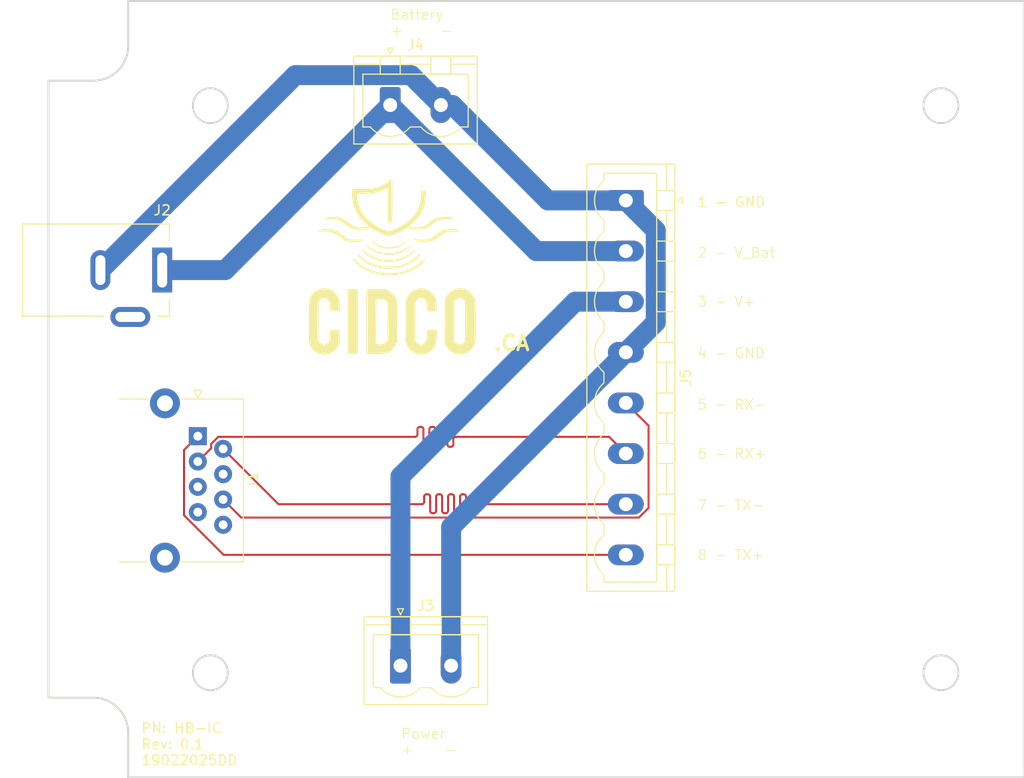
<source format=kicad_pcb>
(kicad_pcb (version 20240108) (generator "pcbnew") (generator_version "8.0")
  (layers (0 "F.Cu" signal) (31 "B.Cu" signal) (34 "B.Paste" user) (35 "F.Paste" user) (36 "B.SilkS" user "B.Silkscreen") (37 "F.SilkS" user "F.Silkscreen") (38 "B.Mask" user) (39 "F.Mask" user) (44 "Edge.Cuts" user))
  (net 0 "")
  (net 5 "RX-")
  (net 6 "TX-")
  (net 7 "TX+")
  (net 8 "RX+")
  (net 10 "GND")
  (net 12 "V-Bat")
  (net 13 "V+")
  (footprint "Connector_Phoenix_MSTB:PhoenixContact_MSTBVA_2,5_2-G-5,08_1x02_P5.08mm_Vertical" (layer "F.Cu") (at 94.02 54.57)
    (property "Reference" "J4" (at 2.54 -6 0) (layer "F.SilkS"))
    (property "Value" "Conn_01x02_Pin")
    (fp_line (start -3.65 -4.91) (end -3.65 3.91) (stroke (width 0.12)) (layer "F.SilkS"))
    (fp_line (start -3.65 -4.1) (end -1.11 -4.1) (stroke (width 0.12)) (layer "F.SilkS"))
    (fp_line (start -3.65 3.91) (end 8.73 3.91) (stroke (width 0.12)) (layer "F.SilkS"))
    (fp_line (start -2.74 -3.1) (end 7.82 -3.1) (stroke (width 0.12)) (layer "F.SilkS"))
    (fp_line (start -2.74 2.2) (end -2.74 -3.1) (stroke (width 0.12)) (layer "F.SilkS"))
    (fp_line (start -2 2.2) (end -2.74 2.2) (stroke (width 0.12)) (layer "F.SilkS"))
    (fp_line (start -1 -4.91) (end 1 -4.91) (stroke (width 0.12)) (layer "F.SilkS"))
    (fp_line (start -1 -3.1) (end -1 -4.91) (stroke (width 0.12)) (layer "F.SilkS"))
    (fp_line (start -0.3 -5.71) (end 0.3 -5.71) (stroke (width 0.12)) (layer "F.SilkS"))
    (fp_line (start 0 -5.11) (end -0.3 -5.71) (stroke (width 0.12)) (layer "F.SilkS"))
    (fp_line (start 0.3 -5.71) (end 0 -5.11) (stroke (width 0.12)) (layer "F.SilkS"))
    (fp_line (start 1 -4.91) (end 1 -3.1) (stroke (width 0.12)) (layer "F.SilkS"))
    (fp_line (start 1 -4.1) (end 4.08 -4.1) (stroke (width 0.12)) (layer "F.SilkS"))
    (fp_line (start 1 -3.1) (end -1 -3.1) (stroke (width 0.12)) (layer "F.SilkS"))
    (fp_line (start 2 2.2) (end 3.08 2.2) (stroke (width 0.12)) (layer "F.SilkS"))
    (fp_line (start 4.08 -4.91) (end 6.08 -4.91) (stroke (width 0.12)) (layer "F.SilkS"))
    (fp_line (start 4.08 -3.1) (end 4.08 -4.91) (stroke (width 0.12)) (layer "F.SilkS"))
    (fp_line (start 6.08 -4.91) (end 6.08 -3.1) (stroke (width 0.12)) (layer "F.SilkS"))
    (fp_line (start 6.08 -3.1) (end 4.08 -3.1) (stroke (width 0.12)) (layer "F.SilkS"))
    (fp_line (start 7.82 -3.1) (end 7.82 2.2) (stroke (width 0.12)) (layer "F.SilkS"))
    (fp_line (start 7.82 2.2) (end 7.08 2.2) (stroke (width 0.12)) (layer "F.SilkS"))
    (fp_line (start 8.73 -4.91) (end -3.65 -4.91) (stroke (width 0.12)) (layer "F.SilkS"))
    (fp_line (start 8.73 -4.1) (end 6.19 -4.1) (stroke (width 0.12)) (layer "F.SilkS"))
    (fp_line (start 8.73 3.91) (end 8.73 -4.91) (stroke (width 0.12)) (layer "F.SilkS"))
    (fp_arc (start 1.986842 2.215821) (mid -0.010289 3.142758) (end -2 2.2) (stroke (width 0.12)) (layer "F.SilkS"))
    (fp_arc (start 7.066842 2.215821) (mid 5.069711 3.142758) (end 3.08 2.2) (stroke (width 0.12)) (layer "F.SilkS"))
    (pad "1" thru_hole roundrect (at 0 0) (size 2.08 3.6) (drill 1.4) (layers "*.Cu" "*.Mask") (roundrect_rratio 0.120192) (net 12 "V-Bat"))
    (pad "2" thru_hole oval (at 5.08 0) (size 2.08 3.6) (drill 1.4) (layers "*.Cu" "*.Mask") (net 10 "GND"))
  )
  (footprint "Connector_RJ:RJ45_HALO_HFJ11-x2450HRL_Horizontal" (layer "F.Cu") (at 74.715 87.795 -90)
    (property "Reference" "J1" (at 4.445 -5.5 90) (layer "F.SilkS"))
    (property "Value" "8P8C_Shielded")
    (fp_line (start -3.725 7.915) (end -3.725 5.06) (stroke (width 0.12)) (layer "F.SilkS"))
    (fp_line (start 12.615 7.915) (end 12.615 5.06) (stroke (width 0.12)) (layer "F.SilkS"))
    (fp_line (start -4.625 0.4) (end -3.825 0) (stroke (width 0.12)) (layer "F.SilkS"))
    (fp_line (start -3.825 0) (end -4.625 -0.4) (stroke (width 0.12)) (layer "F.SilkS"))
    (fp_line (start -4.625 -0.4) (end -4.625 0.4) (stroke (width 0.12)) (layer "F.SilkS"))
    (fp_line (start -3.725 -4.57) (end -3.725 1.54) (stroke (width 0.12)) (layer "F.SilkS"))
    (fp_line (start 12.615 -4.57) (end 12.615 1.54) (stroke (width 0.12)) (layer "F.SilkS"))
    (fp_line (start 12.615 -4.57) (end -3.725 -4.57) (stroke (width 0.12)) (layer "F.SilkS"))
    (pad "" np_thru_hole circle (at -1.27 6.35 270) (size 3.25 3.25) (drill 3.25) (layers "*.Cu" "*.Mask"))
    (pad "" np_thru_hole circle (at 10.16 6.35 270) (size 3.25 3.25) (drill 3.25) (layers "*.Cu" "*.Mask"))
    (pad "1" thru_hole rect (at 0 0 270) (size 1.8 1.8) (drill 0.89) (layers "*.Cu" "*.Mask") (net 7 "TX+"))
    (pad "2" thru_hole circle (at 1.27 -2.54 270) (size 1.8 1.8) (drill 0.89) (layers "*.Cu" "*.Mask") (net 6 "TX-"))
    (pad "3" thru_hole circle (at 2.54 0 270) (size 1.8 1.8) (drill 0.89) (layers "*.Cu" "*.Mask") (net 8 "RX+"))
    (pad "4" thru_hole circle (at 3.81 -2.54 270) (size 1.8 1.8) (drill 0.89) (layers "*.Cu" "*.Mask"))
    (pad "5" thru_hole circle (at 5.08 0 270) (size 1.8 1.8) (drill 0.89) (layers "*.Cu" "*.Mask"))
    (pad "6" thru_hole circle (at 6.35 -2.54 270) (size 1.8 1.8) (drill 0.89) (layers "*.Cu" "*.Mask") (net 5 "RX-"))
    (pad "7" thru_hole circle (at 7.62 0 270) (size 1.8 1.8) (drill 0.89) (layers "*.Cu" "*.Mask"))
    (pad "8" thru_hole circle (at 8.89 -2.54 270) (size 1.8 1.8) (drill 0.89) (layers "*.Cu" "*.Mask"))
    (pad "SH" thru_hole circle (at -3.3 3.3 270) (size 3 3) (drill 1.6) (layers "*.Cu" "*.Mask"))
    (pad "SH" thru_hole circle (at 12.19 3.3 270) (size 3 3) (drill 1.6) (layers "*.Cu" "*.Mask"))
  )
  (footprint "Connector_BarrelJack:BarrelJack_Kycon_KLDX-0202-xC_Horizontal" (layer "F.Cu") (at 71.14 71.13)
    (property "Reference" "J2" (at 0 -6 0) (layer "F.SilkS"))
    (property "Value" "Barrel_Jack_Switch")
    (fp_line (start -14.02 -4.62) (end -14.02 4.62) (stroke (width 0.12)) (layer "F.SilkS"))
    (fp_line (start -14.02 4.62) (end -5.9 4.62) (stroke (width 0.12)) (layer "F.SilkS"))
    (fp_line (start -0.5 4.62) (end 0.72 4.62) (stroke (width 0.12)) (layer "F.SilkS"))
    (fp_line (start 0.72 -4.62) (end -14.02 -4.62) (stroke (width 0.12)) (layer "F.SilkS"))
    (fp_line (start 0.72 -2.95) (end 0.72 -4.62) (stroke (width 0.12)) (layer "F.SilkS"))
    (fp_line (start 0.72 4.62) (end 0.72 2.95) (stroke (width 0.12)) (layer "F.SilkS"))
    (pad "1" thru_hole rect (at 0 0) (size 2 4.5) (drill oval 1 3.5) (layers "*.Cu" "*.Mask") (net 12 "V-Bat"))
    (pad "2" thru_hole oval (at -6.2 0) (size 2 4) (drill oval 1 3) (layers "*.Cu" "*.Mask") (net 10 "GND"))
    (pad "3" thru_hole oval (at -3.2 4.7 90) (size 2 4) (drill oval 1 3) (layers "*.Cu" "*.Mask"))
  )
  (footprint "Connector_Phoenix_MSTB:PhoenixContact_MSTBVA_2,5_8-G-5,08_1x08_P5.08mm_Vertical" (layer "F.Cu") (at 117.66 64.14 -90)
    (property "Reference" "J5" (at 17.78 -6 90) (layer "F.SilkS"))
    (property "Value" "Conn_01x08_Pin")
    (fp_line (start -3.65 3.91) (end 39.21 3.91) (stroke (width 0.12)) (layer "F.SilkS"))
    (fp_line (start 39.21 3.91) (end 39.21 -4.91) (stroke (width 0.12)) (layer "F.SilkS"))
    (fp_line (start -2.74 2.2) (end -2.74 -3.1) (stroke (width 0.12)) (layer "F.SilkS"))
    (fp_line (start -2 2.2) (end -2.74 2.2) (stroke (width 0.12)) (layer "F.SilkS"))
    (fp_line (start 2 2.2) (end 3.08 2.2) (stroke (width 0.12)) (layer "F.SilkS"))
    (fp_line (start 7.08 2.2) (end 8.16 2.2) (stroke (width 0.12)) (layer "F.SilkS"))
    (fp_line (start 12.16 2.2) (end 13.24 2.2) (stroke (width 0.12)) (layer "F.SilkS"))
    (fp_line (start 17.24 2.2) (end 18.32 2.2) (stroke (width 0.12)) (layer "F.SilkS"))
    (fp_line (start 22.32 2.2) (end 23.4 2.2) (stroke (width 0.12)) (layer "F.SilkS"))
    (fp_line (start 27.4 2.2) (end 28.48 2.2) (stroke (width 0.12)) (layer "F.SilkS"))
    (fp_line (start 32.48 2.2) (end 33.56 2.2) (stroke (width 0.12)) (layer "F.SilkS"))
    (fp_line (start 38.3 2.2) (end 37.56 2.2) (stroke (width 0.12)) (layer "F.SilkS"))
    (fp_line (start -2.74 -3.1) (end 38.3 -3.1) (stroke (width 0.12)) (layer "F.SilkS"))
    (fp_line (start -1 -3.1) (end -1 -4.91) (stroke (width 0.12)) (layer "F.SilkS"))
    (fp_line (start 1 -3.1) (end -1 -3.1) (stroke (width 0.12)) (layer "F.SilkS"))
    (fp_line (start 4.08 -3.1) (end 4.08 -4.91) (stroke (width 0.12)) (layer "F.SilkS"))
    (fp_line (start 6.08 -3.1) (end 4.08 -3.1) (stroke (width 0.12)) (layer "F.SilkS"))
    (fp_line (start 9.16 -3.1) (end 9.16 -4.91) (stroke (width 0.12)) (layer "F.SilkS"))
    (fp_line (start 11.16 -3.1) (end 9.16 -3.1) (stroke (width 0.12)) (layer "F.SilkS"))
    (fp_line (start 14.24 -3.1) (end 14.24 -4.91) (stroke (width 0.12)) (layer "F.SilkS"))
    (fp_line (start 16.24 -3.1) (end 14.24 -3.1) (stroke (width 0.12)) (layer "F.SilkS"))
    (fp_line (start 19.32 -3.1) (end 19.32 -4.91) (stroke (width 0.12)) (layer "F.SilkS"))
    (fp_line (start 21.32 -3.1) (end 19.32 -3.1) (stroke (width 0.12)) (layer "F.SilkS"))
    (fp_line (start 24.4 -3.1) (end 24.4 -4.91) (stroke (width 0.12)) (layer "F.SilkS"))
    (fp_line (start 26.4 -3.1) (end 24.4 -3.1) (stroke (width 0.12)) (layer "F.SilkS"))
    (fp_line (start 29.48 -3.1) (end 29.48 -4.91) (stroke (width 0.12)) (layer "F.SilkS"))
    (fp_line (start 31.48 -3.1) (end 29.48 -3.1) (stroke (width 0.12)) (layer "F.SilkS"))
    (fp_line (start 34.56 -3.1) (end 34.56 -4.91) (stroke (width 0.12)) (layer "F.SilkS"))
    (fp_line (start 36.56 -3.1) (end 34.56 -3.1) (stroke (width 0.12)) (layer "F.SilkS"))
    (fp_line (start 38.3 -3.1) (end 38.3 2.2) (stroke (width 0.12)) (layer "F.SilkS"))
    (fp_line (start -3.65 -4.1) (end -1.11 -4.1) (stroke (width 0.12)) (layer "F.SilkS"))
    (fp_line (start 1 -4.1) (end 4.08 -4.1) (stroke (width 0.12)) (layer "F.SilkS"))
    (fp_line (start 6.08 -4.1) (end 9.16 -4.1) (stroke (width 0.12)) (layer "F.SilkS"))
    (fp_line (start 11.16 -4.1) (end 14.24 -4.1) (stroke (width 0.12)) (layer "F.SilkS"))
    (fp_line (start 16.24 -4.1) (end 19.32 -4.1) (stroke (width 0.12)) (layer "F.SilkS"))
    (fp_line (start 21.32 -4.1) (end 24.4 -4.1) (stroke (width 0.12)) (layer "F.SilkS"))
    (fp_line (start 26.4 -4.1) (end 29.48 -4.1) (stroke (width 0.12)) (layer "F.SilkS"))
    (fp_line (start 31.48 -4.1) (end 34.56 -4.1) (stroke (width 0.12)) (layer "F.SilkS"))
    (fp_line (start 39.21 -4.1) (end 36.67 -4.1) (stroke (width 0.12)) (layer "F.SilkS"))
    (fp_line (start -3.65 -4.91) (end -3.65 3.91) (stroke (width 0.12)) (layer "F.SilkS"))
    (fp_line (start -1 -4.91) (end 1 -4.91) (stroke (width 0.12)) (layer "F.SilkS"))
    (fp_line (start 1 -4.91) (end 1 -3.1) (stroke (width 0.12)) (layer "F.SilkS"))
    (fp_line (start 4.08 -4.91) (end 6.08 -4.91) (stroke (width 0.12)) (layer "F.SilkS"))
    (fp_line (start 6.08 -4.91) (end 6.08 -3.1) (stroke (width 0.12)) (layer "F.SilkS"))
    (fp_line (start 9.16 -4.91) (end 11.16 -4.91) (stroke (width 0.12)) (layer "F.SilkS"))
    (fp_line (start 11.16 -4.91) (end 11.16 -3.1) (stroke (width 0.12)) (layer "F.SilkS"))
    (fp_line (start 14.24 -4.91) (end 16.24 -4.91) (stroke (width 0.12)) (layer "F.SilkS"))
    (fp_line (start 16.24 -4.91) (end 16.24 -3.1) (stroke (width 0.12)) (layer "F.SilkS"))
    (fp_line (start 19.32 -4.91) (end 21.32 -4.91) (stroke (width 0.12)) (layer "F.SilkS"))
    (fp_line (start 21.32 -4.91) (end 21.32 -3.1) (stroke (width 0.12)) (layer "F.SilkS"))
    (fp_line (start 24.4 -4.91) (end 26.4 -4.91) (stroke (width 0.12)) (layer "F.SilkS"))
    (fp_line (start 26.4 -4.91) (end 26.4 -3.1) (stroke (width 0.12)) (layer "F.SilkS"))
    (fp_line (start 29.48 -4.91) (end 31.48 -4.91) (stroke (width 0.12)) (layer "F.SilkS"))
    (fp_line (start 31.48 -4.91) (end 31.48 -3.1) (stroke (width 0.12)) (layer "F.SilkS"))
    (fp_line (start 34.56 -4.91) (end 36.56 -4.91) (stroke (width 0.12)) (layer "F.SilkS"))
    (fp_line (start 36.56 -4.91) (end 36.56 -3.1) (stroke (width 0.12)) (layer "F.SilkS"))
    (fp_line (start 39.21 -4.91) (end -3.65 -4.91) (stroke (width 0.12)) (layer "F.SilkS"))
    (fp_line (start 0 -5.11) (end -0.3 -5.71) (stroke (width 0.12)) (layer "F.SilkS"))
    (fp_line (start -0.3 -5.71) (end 0.3 -5.71) (stroke (width 0.12)) (layer "F.SilkS"))
    (fp_line (start 0.3 -5.71) (end 0 -5.11) (stroke (width 0.12)) (layer "F.SilkS"))
    (fp_arc (start 1.986842 2.215821) (mid -0.010289 3.142758) (end -2 2.2) (stroke (width 0.12)) (layer "F.SilkS"))
    (fp_arc (start 7.066842 2.215821) (mid 5.069711 3.142758) (end 3.08 2.2) (stroke (width 0.12)) (layer "F.SilkS"))
    (fp_arc (start 12.146842 2.215821) (mid 10.149711 3.142758) (end 8.16 2.2) (stroke (width 0.12)) (layer "F.SilkS"))
    (fp_arc (start 17.226842 2.215821) (mid 15.229711 3.142758) (end 13.24 2.2) (stroke (width 0.12)) (layer "F.SilkS"))
    (fp_arc (start 22.306842 2.215821) (mid 20.309711 3.142758) (end 18.32 2.2) (stroke (width 0.12)) (layer "F.SilkS"))
    (fp_arc (start 27.386842 2.215821) (mid 25.389711 3.142758) (end 23.4 2.2) (stroke (width 0.12)) (layer "F.SilkS"))
    (fp_arc (start 32.466842 2.215821) (mid 30.469711 3.142758) (end 28.48 2.2) (stroke (width 0.12)) (layer "F.SilkS"))
    (fp_arc (start 37.546842 2.215821) (mid 35.549711 3.142758) (end 33.56 2.2) (stroke (width 0.12)) (layer "F.SilkS"))
    (pad "1" thru_hole roundrect (at 0 0 270) (size 2.08 3.6) (drill 1.4) (layers "*.Cu" "*.Mask") (roundrect_rratio 0.120192) (net 10 "GND"))
    (pad "2" thru_hole oval (at 5.08 0 270) (size 2.08 3.6) (drill 1.4) (layers "*.Cu" "*.Mask") (net 12 "V-Bat"))
    (pad "3" thru_hole oval (at 10.16 0 270) (size 2.08 3.6) (drill 1.4) (layers "*.Cu" "*.Mask") (net 13 "V+"))
    (pad "4" thru_hole oval (at 15.24 0 270) (size 2.08 3.6) (drill 1.4) (layers "*.Cu" "*.Mask") (net 10 "GND"))
    (pad "5" thru_hole oval (at 20.32 0 270) (size 2.08 3.6) (drill 1.4) (layers "*.Cu" "*.Mask") (net 5 "RX-"))
    (pad "6" thru_hole oval (at 25.4 0 270) (size 2.08 3.6) (drill 1.4) (layers "*.Cu" "*.Mask") (net 8 "RX+"))
    (pad "7" thru_hole oval (at 30.48 0 270) (size 2.08 3.6) (drill 1.4) (layers "*.Cu" "*.Mask") (net 6 "TX-"))
    (pad "8" thru_hole oval (at 35.56 0 270) (size 2.08 3.6) (drill 1.4) (layers "*.Cu" "*.Mask") (net 7 "TX+"))
  )
  (footprint "Connector_Phoenix_MSTB:PhoenixContact_MSTBVA_2,5_2-G-5,08_1x02_P5.08mm_Vertical" (layer "F.Cu") (at 95.05 110.82)
    (property "Reference" "J3" (at 2.54 -6 0) (layer "F.SilkS"))
    (property "Value" "Conn_01x02_Pin")
    (fp_line (start -3.65 -4.91) (end -3.65 3.91) (stroke (width 0.12)) (layer "F.SilkS"))
    (fp_line (start -3.65 -4.1) (end -1.11 -4.1) (stroke (width 0.12)) (layer "F.SilkS"))
    (fp_line (start -3.65 3.91) (end 8.73 3.91) (stroke (width 0.12)) (layer "F.SilkS"))
    (fp_line (start -2.74 -3.1) (end 7.82 -3.1) (stroke (width 0.12)) (layer "F.SilkS"))
    (fp_line (start -2.74 2.2) (end -2.74 -3.1) (stroke (width 0.12)) (layer "F.SilkS"))
    (fp_line (start -2 2.2) (end -2.74 2.2) (stroke (width 0.12)) (layer "F.SilkS"))
    (fp_line (start -1 -4.91) (end 1 -4.91) (stroke (width 0.12)) (layer "F.SilkS"))
    (fp_line (start -1 -3.1) (end -1 -4.91) (stroke (width 0.12)) (layer "F.SilkS"))
    (fp_line (start -0.3 -5.71) (end 0.3 -5.71) (stroke (width 0.12)) (layer "F.SilkS"))
    (fp_line (start 0 -5.11) (end -0.3 -5.71) (stroke (width 0.12)) (layer "F.SilkS"))
    (fp_line (start 0.3 -5.71) (end 0 -5.11) (stroke (width 0.12)) (layer "F.SilkS"))
    (fp_line (start 1 -4.91) (end 1 -3.1) (stroke (width 0.12)) (layer "F.SilkS"))
    (fp_line (start 1 -4.1) (end 4.08 -4.1) (stroke (width 0.12)) (layer "F.SilkS"))
    (fp_line (start 1 -3.1) (end -1 -3.1) (stroke (width 0.12)) (layer "F.SilkS"))
    (fp_line (start 2 2.2) (end 3.08 2.2) (stroke (width 0.12)) (layer "F.SilkS"))
    (fp_line (start 4.08 -4.91) (end 6.08 -4.91) (stroke (width 0.12)) (layer "F.SilkS"))
    (fp_line (start 4.08 -3.1) (end 4.08 -4.91) (stroke (width 0.12)) (layer "F.SilkS"))
    (fp_line (start 6.08 -4.91) (end 6.08 -3.1) (stroke (width 0.12)) (layer "F.SilkS"))
    (fp_line (start 6.08 -3.1) (end 4.08 -3.1) (stroke (width 0.12)) (layer "F.SilkS"))
    (fp_line (start 7.82 -3.1) (end 7.82 2.2) (stroke (width 0.12)) (layer "F.SilkS"))
    (fp_line (start 7.82 2.2) (end 7.08 2.2) (stroke (width 0.12)) (layer "F.SilkS"))
    (fp_line (start 8.73 -4.91) (end -3.65 -4.91) (stroke (width 0.12)) (layer "F.SilkS"))
    (fp_line (start 8.73 -4.1) (end 6.19 -4.1) (stroke (width 0.12)) (layer "F.SilkS"))
    (fp_line (start 8.73 3.91) (end 8.73 -4.91) (stroke (width 0.12)) (layer "F.SilkS"))
    (fp_arc (start 1.986842 2.215821) (mid -0.010289 3.142758) (end -2 2.2) (stroke (width 0.12)) (layer "F.SilkS"))
    (fp_arc (start 7.066842 2.215821) (mid 5.069711 3.142758) (end 3.08 2.2) (stroke (width 0.12)) (layer "F.SilkS"))
    (pad "1" thru_hole roundrect (at 0 0) (size 2.08 3.6) (drill 1.4) (layers "*.Cu" "*.Mask") (roundrect_rratio 0.120192) (net 13 "V+"))
    (pad "2" thru_hole oval (at 5.08 0) (size 2.08 3.6) (drill 1.4) (layers "*.Cu" "*.Mask") (net 10 "GND"))
  )
  (footprint "cidco:logo cidco" (layer "F.Cu") (at 94.433078 70.444943)
    (property "Reference" "logo1" (hide yes))
    (property "Value" "LOGO" (hide yes))
    (fp_poly (pts (xy -3.6576 9.0932) (xy -4.6736 9.0932) (xy -4.6736 2.5908) (xy -3.6576 2.5908) (xy -3.6576 9.0932)) (stroke (width 0.01)) (fill solid) (layer "F.SilkS"))
    (fp_poly (pts (xy -2.589766 -1.743636) (xy -2.520202 -1.688133) (xy -2.131138 -1.411259) (xy -1.684284 -1.203647) (xy -1.197743 -1.067014) (xy -0.68962 -1.003073) (xy -0.178017 -1.013542) (xy 0.318962 -1.100134) (xy 0.783212 -1.264565) (xy 0.9652 -1.357884) (xy 1.149694 -1.473243) (xy 1.342833 -1.609605) (xy 1.406314 -1.658851) (xy 1.554696 -1.76072) (xy 1.64262 -1.788508) (xy 1.665176 -1.753201) (xy 1.617456 -1.665787) (xy 1.494553 -1.537253) (xy 1.470197 -1.515853) (xy 1.101817 -1.259726) (xy 0.66655 -1.059845) (xy 0.185582 -0.921803) (xy -0.319901 -0.851189) (xy -0.828716 -0.853594) (xy -0.979267 -0.869445) (xy -1.384167 -0.9503) (xy -1.78443 -1.081527) (xy -2.154472 -1.251757) (xy -2.468706 -1.449622) (xy -2.658466 -1.615673) (xy -2.74559 -1.730294) (xy -2.754244 -1.794511) (xy -2.697834 -1.8013) (xy -2.589766 -1.743636)) (stroke (width 0.01)) (fill solid) (layer "F.SilkS"))
    (fp_poly (pts (xy -2.163994 -2.23595) (xy -2.044681 -2.152171) (xy -1.689551 -1.904869) (xy -1.337331 -1.736325) (xy -0.952251 -1.631352) (xy -0.740935 -1.598544) (xy -0.367415 -1.595138) (xy 0.032269 -1.666059) (xy 0.426854 -1.801823) (xy 0.785076 -1.992945) (xy 0.945565 -2.110206) (xy 1.074396 -2.202976) (xy 1.164947 -2.243191) (xy 1.193412 -2.235827) (xy 1.209236 -2.185588) (xy 1.183447 -2.130208) (xy 1.103001 -2.056003) (xy 0.954851 -1.949289) (xy 0.857834 -1.88382) (xy 0.431789 -1.653982) (xy -0.019116 -1.519958) (xy -0.507222 -1.478131) (xy -0.526052 -1.478303) (xy -0.750503 -1.486483) (xy -0.961483 -1.503372) (xy -1.117802 -1.525539) (xy -1.132918 -1.528853) (xy -1.442722 -1.633623) (xy -1.762276 -1.794939) (xy -2.041939 -1.986915) (xy -2.090411 -2.028217) (xy -2.216299 -2.155852) (xy -2.268078 -2.239652) (xy -2.249419 -2.269668) (xy -2.163994 -2.23595)) (stroke (width 0.01)) (fill solid) (layer "F.SilkS"))
    (fp_poly (pts (xy -3.077662 -1.288242) (xy -2.965636 -1.20308) (xy -2.836699 -1.089538) (xy -2.590548 -0.899375) (xy -2.275737 -0.715421) (xy -1.924751 -0.553466) (xy -1.570075 -0.429301) (xy -1.380979 -0.381958) (xy -0.936998 -0.320908) (xy -0.461453 -0.30907) (xy 0.001775 -0.345814) (xy 0.321066 -0.406464) (xy 0.670861 -0.518399) (xy 1.030527 -0.674742) (xy 1.36681 -0.858611) (xy 1.646455 -1.053128) (xy 1.72092 -1.117033) (xy 1.875331 -1.250117) (xy 1.97231 -1.310614) (xy 2.02121 -1.302501) (xy 2.032 -1.249308) (xy 1.990699 -1.163107) (xy 1.879057 -1.04233) (xy 1.715461 -0.901893) (xy 1.5183 -0.756714) (xy 1.30596 -0.62171) (xy 1.160861 -0.542614) (xy 0.713353 -0.350764) (xy 0.258633 -0.22723) (xy -0.233488 -0.165389) (xy -0.605027 -0.155198) (xy -1.018403 -0.169712) (xy -1.360176 -0.210798) (xy -1.567607 -0.255901) (xy -1.985403 -0.392332) (xy -2.384625 -0.573037) (xy -2.734755 -0.782732) (xy -2.939152 -0.942931) (xy -3.095419 -1.09822) (xy -3.183342 -1.21868) (xy -3.198296 -1.295701) (xy -3.142169 -1.3208) (xy -3.077662 -1.288242)) (stroke (width 0.01)) (fill solid) (layer "F.SilkS"))
    (fp_poly (pts (xy -6.508434 -3.426224) (xy -6.188231 -3.36781) (xy -5.889063 -3.276449) (xy -5.633397 -3.15446) (xy -5.518149 -3.074081) (xy -5.211167 -2.830305) (xy -4.957335 -2.648413) (xy -4.736719 -2.519713) (xy -4.529383 -2.43551) (xy -4.315393 -2.387112) (xy -4.074816 -2.365825) (xy -3.8862 -2.3624) (xy -3.662997 -2.366606) (xy -3.463592 -2.377995) (xy -3.320864 -2.394424) (xy -3.2893 -2.401268) (xy -3.180792 -2.414542) (xy -3.15367 -2.379354) (xy -3.208124 -2.308313) (xy -3.287018 -2.249103) (xy -3.425768 -2.196273) (xy -3.637849 -2.160064) (xy -3.89629 -2.140902) (xy -4.174121 -2.139216) (xy -4.44437 -2.155432) (xy -4.680068 -2.189978) (xy -4.809212 -2.224993) (xy -4.990343 -2.307688) (xy -5.198276 -2.429162) (xy -5.361628 -2.54351) (xy -5.595103 -2.723001) (xy -5.77101 -2.851619) (xy -5.910811 -2.942337) (xy -6.035971 -3.008128) (xy -6.167955 -3.061966) (xy -6.288334 -3.103637) (xy -6.464451 -3.155404) (xy -6.631996 -3.185431) (xy -6.824934 -3.197206) (xy -7.07723 -3.194222) (xy -7.146526 -3.191841) (xy -7.68029 -3.172083) (xy -7.550203 -3.283979) (xy -7.370554 -3.380567) (xy -7.122064 -3.434923) (xy -6.827201 -3.449369) (xy -6.508434 -3.426224)) (stroke (width 0.01)) (fill solid) (layer "F.SilkS"))
    (fp_poly (pts (xy 5.992108 -3.423459) (xy 6.21543 -3.398371) (xy 6.368557 -3.354356) (xy 6.371648 -3.3528) (xy 6.484935 -3.28702) (xy 6.526114 -3.239024) (xy 6.489021 -3.206328) (xy 6.367493 -3.186444) (xy 6.155368 -3.176887) (xy 5.930846 -3.175) (xy 5.66454 -3.173564) (xy 5.473179 -3.16629) (xy 5.330114 -3.14873) (xy 5.208699 -3.116437) (xy 5.082288 -3.064962) (xy 4.9784 -3.016023) (xy 4.756731 -2.892326) (xy 4.522649 -2.735679) (xy 4.368919 -2.615125) (xy 4.139972 -2.431407) (xy 3.930733 -2.303806) (xy 3.712205 -2.221963) (xy 3.455393 -2.175522) (xy 3.131301 -2.154128) (xy 3.0734 -2.152393) (xy 2.828145 -2.150575) (xy 2.605481 -2.157366) (xy 2.434262 -2.171427) (xy 2.358068 -2.185596) (xy 2.212216 -2.256166) (xy 2.104068 -2.344008) (xy 2.03978 -2.421117) (xy 2.049719 -2.439905) (xy 2.1336 -2.420079) (xy 2.429619 -2.36757) (xy 2.769116 -2.3497) (xy 3.09948 -2.368107) (xy 3.218941 -2.386306) (xy 3.419301 -2.435569) (xy 3.614139 -2.511362) (xy 3.823233 -2.624408) (xy 4.066361 -2.785427) (xy 4.363301 -3.005139) (xy 4.369969 -3.01024) (xy 4.585562 -3.155347) (xy 4.81363 -3.277156) (xy 4.971749 -3.339859) (xy 5.188412 -3.38782) (xy 5.449855 -3.417918) (xy 5.727335 -3.429886) (xy 5.992108 -3.423459)) (stroke (width 0.01)) (fill solid) (layer "F.SilkS"))
    (fp_poly (pts (xy -4.071452 -0.445199) (xy -3.983168 -0.385336) (xy -3.847518 -0.268458) (xy -3.734498 -0.164655) (xy -3.350045 0.159658) (xy -2.960493 0.415117) (xy -2.524933 0.627949) (xy -2.448863 0.659545) (xy -2.104749 0.787467) (xy -1.778372 0.879531) (xy -1.442291 0.940294) (xy -1.069066 0.974312) (xy -0.631257 0.986141) (xy -0.4826 0.98604) (xy -0.151522 0.982107) (xy 0.104793 0.972675) (xy 0.313145 0.954949) (xy 0.500336 0.926133) (xy 0.693166 0.883431) (xy 0.823466 0.849782) (xy 1.349212 0.674218) (xy 1.847456 0.44009) (xy 2.292617 0.160951) (xy 2.598722 -0.090726) (xy 2.792186 -0.261862) (xy 2.928205 -0.354486) (xy 3.011365 -0.37055) (xy 3.046255 -0.312005) (xy 3.048 -0.281874) (xy 3.009397 -0.206625) (xy 2.905545 -0.088876) (xy 2.754375 0.055534) (xy 2.573817 0.210768) (xy 2.381803 0.360985) (xy 2.196265 0.490348) (xy 2.121643 0.536378) (xy 1.555472 0.814206) (xy 0.932898 1.023191) (xy 0.275156 1.160023) (xy -0.396517 1.221394) (xy -1.060886 1.203994) (xy -1.6256 1.120265) (xy -2.292684 0.935614) (xy -2.898365 0.679579) (xy -3.436084 0.355459) (xy -3.877894 -0.012421) (xy -4.041423 -0.176097) (xy -4.139165 -0.287384) (xy -4.181415 -0.361232) (xy -4.178467 -0.412587) (xy -4.166203 -0.431075) (xy -4.127441 -0.457345) (xy -4.071452 -0.445199)) (stroke (width 0.01)) (fill solid) (layer "F.SilkS"))
    (fp_poly (pts (xy -3.623706 -0.89718) (xy -3.507933 -0.819976) (xy -3.334406 -0.670537) (xy -3.269024 -0.610077) (xy -2.917166 -0.330415) (xy -2.495575 -0.089634) (xy -2.475151 -0.079718) (xy -2.16444 0.064065) (xy -1.896482 0.17021) (xy -1.645229 0.244094) (xy -1.384632 0.29109) (xy -1.088643 0.316574) (xy -0.731215 0.325919) (xy -0.508 0.326167) (xy -0.192649 0.323929) (xy 0.044579 0.318292) (xy 0.227159 0.306296) (xy 0.378564 0.284982) (xy 0.522271 0.251391) (xy 0.681755 0.202563) (xy 0.80787 0.160276) (xy 1.320268 -0.046983) (xy 1.761137 -0.300235) (xy 2.155614 -0.614204) (xy 2.198342 -0.65411) (xy 2.361133 -0.799833) (xy 2.46958 -0.874522) (xy 2.534529 -0.885068) (xy 2.547779 -0.876141) (xy 2.560354 -0.798318) (xy 2.496725 -0.681845) (xy 2.369296 -0.53778) (xy 2.190474 -0.377179) (xy 1.972665 -0.211098) (xy 1.728275 -0.050596) (xy 1.469709 0.093273) (xy 1.4478 0.104219) (xy 1.013271 0.292918) (xy 0.5799 0.422628) (xy 0.115626 0.500794) (xy -0.4064 0.534723) (xy -0.661941 0.539275) (xy -0.890431 0.539475) (xy -1.067182 0.535555) (xy -1.167505 0.527747) (xy -1.1684 0.527583) (xy -1.694511 0.414008) (xy -2.140308 0.282256) (xy -2.526513 0.12484) (xy -2.873847 -0.065727) (xy -2.954569 -0.117787) (xy -3.131093 -0.246507) (xy -3.311271 -0.397024) (xy -3.476861 -0.551639) (xy -3.609623 -0.692651) (xy -3.691317 -0.802362) (xy -3.7084 -0.849259) (xy -3.688327 -0.905743) (xy -3.623706 -0.89718)) (stroke (width 0.01)) (fill solid) (layer "F.SilkS"))
    (fp_poly (pts (xy -0.545585 2.754342) (xy -0.262685 2.948152) (xy -0.018649 3.197519) (xy 0.161009 3.474175) (xy 0.211721 3.593374) (xy 0.229717 3.668032) (xy 0.244485 3.786284) (xy 0.256277 3.956491) (xy 0.265345 4.187012) (xy 0.271938 4.486205) (xy 0.276311 4.862429) (xy 0.278713 5.324045) (xy 0.2794 5.842) (xy 0.2794 7.8994) (xy 0.139081 8.185126) (xy 0.019982 8.381955) (xy -0.137818 8.585658) (xy -0.248347 8.701996) (xy -0.396245 8.828706) (xy -0.54511 8.925331) (xy -0.711491 8.995756) (xy -0.911936 9.043868) (xy -1.162991 9.073553) (xy -1.481206 9.088696) (xy -1.883128 9.093184) (xy -1.914221 9.0932) (xy -2.794 9.0932) (xy -2.794 6.692699) (xy -1.819742 6.692699) (xy -1.819397 7.087277) (xy -1.817877 7.430081) (xy -1.815245 7.710366) (xy -1.811561 7.917386) (xy -1.80689 8.040397) (xy -1.803429 8.070025) (xy -1.761344 8.106408) (xy -1.659379 8.123521) (xy -1.4802 8.123486) (xy -1.396464 8.119838) (xy -1.194874 8.105992) (xy -1.062538 8.082117) (xy -0.96711 8.037291) (xy -0.876249 7.960591) (xy -0.85089 7.935587) (xy -0.6858 7.770551) (xy -0.671342 5.901996) (xy -0.656884 4.033442) (xy -0.7748 3.858221) (xy -0.947702 3.690389) (xy -1.190809 3.591573) (xy -1.497532 3.564258) (xy -1.547648 3.566424) (xy -1.8034 3.5814) (xy -1.816655 5.7912) (xy -1.818849 6.257091) (xy -1.819742 6.692699) (xy -2.794 6.692699) (xy -2.794 2.5908) (xy -0.852422 2.5908) (xy -0.545585 2.754342)) (stroke (width 0.01)) (fill solid) (layer "F.SilkS"))
    (fp_poly (pts (xy 3.114694 2.565734) (xy 3.458793 2.706545) (xy 3.7595 2.926293) (xy 3.836579 3.005194) (xy 4.004168 3.212971) (xy 4.11969 3.418833) (xy 4.191659 3.648947) (xy 4.228588 3.929482) (xy 4.238876 4.2418) (xy 4.2418 4.8006) (xy 3.752636 4.815065) (xy 3.263473 4.829531) (xy 3.242315 4.345782) (xy 3.218251 4.047518) (xy 3.170389 3.832229) (xy 3.089887 3.682392) (xy 2.967897 3.580489) (xy 2.824574 3.518335) (xy 2.600056 3.492415) (xy 2.391145 3.559343) (xy 2.22155 3.710688) (xy 2.201051 3.740022) (xy 2.177393 3.782197) (xy 2.158111 3.836097) (xy 2.142762 3.911805) (xy 2.130902 4.019403) (xy 2.12209 4.168974) (xy 2.115879 4.3706) (xy 2.111829 4.634363) (xy 2.109495 4.970346) (xy 2.108433 5.38863) (xy 2.1082 5.851488) (xy 2.1082 7.821246) (xy 2.274276 7.987323) (xy 2.404996 8.097637) (xy 2.534197 8.145208) (xy 2.663884 8.1534) (xy 2.874607 8.122318) (xy 3.034634 8.024616) (xy 3.14778 7.853607) (xy 3.217861 7.602608) (xy 3.248692 7.264931) (xy 3.250916 7.1247) (xy 3.2512 6.7056) (xy 4.280685 6.7056) (xy 4.256436 7.3533) (xy 4.231677 7.738332) (xy 4.185139 8.042832) (xy 4.109915 8.286775) (xy 3.999098 8.490133) (xy 3.845781 8.672881) (xy 3.777306 8.738899) (xy 3.455339 8.969779) (xy 3.090799 9.116592) (xy 2.703569 9.173741) (xy 2.344255 9.142291) (xy 2.006401 9.022908) (xy 1.6976 8.817589) (xy 1.435976 8.541408) (xy 1.249967 8.23218) (xy 1.223929 8.172608) (xy 1.202496 8.110368) (xy 1.185222 8.035463) (xy 1.171657 7.937891) (xy 1.161355 7.807654) (xy 1.153868 7.634751) (xy 1.148749 7.409184) (xy 1.145551 7.120952) (xy 1.143825 6.760055) (xy 1.143124 6.316495) (xy 1.143 5.842) (xy 1.143152 5.316342) (xy 1.143911 4.882272) (xy 1.145732 4.529778) (xy 1.149069 4.248848) (xy 1.154375 4.029469) (xy 1.162105 3.861629) (xy 1.172712 3.735316) (xy 1.186652 3.640519) (xy 1.204378 3.567224) (xy 1.226344 3.50542) (xy 1.251576 3.448181) (xy 1.459462 3.113923) (xy 1.74112 2.834454) (xy 2.023844 2.655812) (xy 2.377039 2.536478) (xy 2.747383 2.507748) (xy 3.114694 2.565734)) (stroke (width 0.01)) (fill solid) (layer "F.SilkS"))
    (fp_poly (pts (xy -6.82227 2.526856) (xy -6.62014 2.552596) (xy -6.488975 2.583703) (xy -6.200961 2.730773) (xy -5.934263 2.954901) (xy -5.715512 3.231683) (xy -5.644378 3.357686) (xy -5.575097 3.502796) (xy -5.52969 3.625248) (xy -5.503145 3.753348) (xy -5.490449 3.915404) (xy -5.486592 4.139721) (xy -5.4864 4.249913) (xy -5.4864 4.826) (xy -6.5024 4.826) (xy -6.5024 4.345167) (xy -6.50404 4.118928) (xy -6.5132 3.967633) (xy -6.536244 3.864631) (xy -6.579533 3.783274) (xy -6.649429 3.69691) (xy -6.660063 3.684767) (xy -6.774106 3.5709) (xy -6.882431 3.518683) (xy -7.035505 3.505284) (xy -7.056959 3.5052) (xy -7.224569 3.517678) (xy -7.342687 3.568599) (xy -7.445396 3.660884) (xy -7.5946 3.816569) (xy -7.608078 5.781784) (xy -7.611298 6.281632) (xy -7.613151 6.69012) (xy -7.61322 7.017484) (xy -7.611091 7.273961) (xy -7.606346 7.469786) (xy -7.59857 7.615195) (xy -7.587347 7.720424) (xy -7.57226 7.795709) (xy -7.552894 7.851286) (xy -7.528833 7.897392) (xy -7.521608 7.909332) (xy -7.371361 8.06713) (xy -7.178421 8.148592) (xy -6.967982 8.152977) (xy -6.765238 8.079539) (xy -6.602279 7.936472) (xy -6.556841 7.86481) (xy -6.527415 7.773681) (xy -6.510738 7.640892) (xy -6.503543 7.444248) (xy -6.5024 7.257549) (xy -6.5024 6.7056) (xy -5.4864 6.7056) (xy -5.486897 7.3533) (xy -5.489134 7.633197) (xy -5.497507 7.835909) (xy -5.515255 7.98581) (xy -5.545618 8.107275) (xy -5.591838 8.224675) (xy -5.607215 8.258322) (xy -5.804118 8.59103) (xy -6.051737 8.843055) (xy -6.310278 9.003309) (xy -6.594075 9.106311) (xy -6.909334 9.163088) (xy -7.213165 9.168073) (xy -7.37949 9.142094) (xy -7.725987 9.012338) (xy -8.029496 8.801321) (xy -8.189181 8.641975) (xy -8.281505 8.53704) (xy -8.358447 8.439028) (xy -8.421335 8.33793) (xy -8.471496 8.223737) (xy -8.510258 8.086438) (xy -8.53895 7.916026) (xy -8.558897 7.70249) (xy -8.571429 7.435821) (xy -8.577873 7.106011) (xy -8.579556 6.703049) (xy -8.577805 6.216927) (xy -8.574646 5.73591) (xy -8.570845 5.217905) (xy -8.567077 4.791361) (xy -8.562787 4.446142) (xy -8.557421 4.172111) (xy -8.550424 3.959132) (xy -8.541241 3.797067) (xy -8.529318 3.675781) (xy -8.514101 3.585136) (xy -8.495034 3.514995) (xy -8.471563 3.455223) (xy -8.447048 3.4036) (xy -8.229272 3.069449) (xy -7.946739 2.807023) (xy -7.612041 2.624233) (xy -7.237769 2.528994) (xy -7.0358 2.516682) (xy -6.82227 2.526856)) (stroke (width 0.01)) (fill solid) (layer "F.SilkS"))
    (fp_poly (pts (xy 6.836893 2.520919) (xy 7.005153 2.540397) (xy 7.145475 2.58165) (xy 7.293023 2.651066) (xy 7.591002 2.857483) (xy 7.851442 3.133464) (xy 8.044396 3.447258) (xy 8.044823 3.448181) (xy 8.071533 3.509062) (xy 8.093463 3.571928) (xy 8.111083 3.646938) (xy 8.124865 3.744251) (xy 8.135279 3.874023) (xy 8.142795 4.046415) (xy 8.147886 4.271583) (xy 8.15102 4.559687) (xy 8.15267 4.920884) (xy 8.153305 5.365332) (xy 8.1534 5.7912) (xy 8.153136 6.334825) (xy 8.151662 6.787158) (xy 8.147949 7.158508) (xy 8.140973 7.459182) (xy 8.129706 7.699489) (xy 8.113122 7.889736) (xy 8.090195 8.040231) (xy 8.059897 8.161284) (xy 8.021203 8.2632) (xy 7.973086 8.35629) (xy 7.91452 8.45086) (xy 7.883903 8.497522) (xy 7.653471 8.758885) (xy 7.356013 8.963541) (xy 7.014232 9.102441) (xy 6.650831 9.166535) (xy 6.288512 9.146777) (xy 6.265862 9.142439) (xy 5.911863 9.02098) (xy 5.594074 8.810829) (xy 5.325415 8.52219) (xy 5.174286 8.2804) (xy 5.0546 8.0518) (xy 5.0546 5.842) (xy 5.054882 5.305531) (xy 5.055974 4.861004) (xy 5.05824 4.49876) (xy 5.062046 4.209144) (xy 5.067759 3.982497) (xy 5.075327 3.818185) (xy 6.0198 3.818185) (xy 6.0198 7.831534) (xy 6.185701 7.979767) (xy 6.376529 8.091725) (xy 6.597654 8.133259) (xy 6.809957 8.098809) (xy 6.860813 8.075694) (xy 6.921915 8.039243) (xy 6.972225 7.995066) (xy 7.012788 7.933598) (xy 7.044652 7.845276) (xy 7.068863 7.720537) (xy 7.086466 7.549817) (xy 7.098508 7.323553) (xy 7.106035 7.03218) (xy 7.110094 6.666135) (xy 7.111731 6.215854) (xy 7.112 5.779626) (xy 7.111909 5.261409) (xy 7.110696 4.835128) (xy 7.106942 4.491122) (xy 7.099234 4.219727) (xy 7.086155 4.011281) (xy 7.066289 3.85612) (xy 7.038222 3.744582) (xy 7.000537 3.667005) (xy 6.951819 3.613724) (xy 6.890651 3.575078) (xy 6.81562 3.541404) (xy 6.782044 3.527428) (xy 6.566845 3.489239) (xy 6.348471 3.540575) (xy 6.155237 3.674365) (xy 6.143027 3.687015) (xy 6.0198 3.818185) (xy 5.075327 3.818185) (xy 5.075743 3.809161) (xy 5.086364 3.679479) (xy 5.099989 3.583794) (xy 5.116982 3.512448) (xy 5.137709 3.455784) (xy 5.145614 3.438271) (xy 5.297589 3.195197) (xy 5.513241 2.953715) (xy 5.759791 2.747338) (xy 5.91616 2.650466) (xy 6.064595 2.580814) (xy 6.205081 2.539964) (xy 6.374251 2.520754) (xy 6.604 2.516025) (xy 6.836893 2.520919)) (stroke (width 0.01)) (fill solid) (layer "F.SilkS"))
    (fp_poly (pts (xy -0.198914 -8.434948) (xy -0.194779 -8.29734) (xy -0.191849 -8.083465) (xy -0.190049 -7.805984) (xy -0.189309 -7.477561) (xy -0.189554 -7.110856) (xy -0.190711 -6.718531) (xy -0.192709 -6.313249) (xy -0.195474 -5.907672) (xy -0.198933 -5.514461) (xy -0.203014 -5.146279) (xy -0.207643 -4.815787) (xy -0.212749 -4.535647) (xy -0.218257 -4.318521) (xy -0.224095 -4.177072) (xy -0.229396 -4.125396) (xy -0.296806 -4.080731) (xy -0.4469 -4.071311) (xy -0.456414 -4.071828) (xy -0.6604 -4.083864) (xy -0.6604 -5.826532) (xy -0.660933 -6.235836) (xy -0.662447 -6.610951) (xy -0.664816 -6.940263) (xy -0.667912 -7.212162) (xy -0.67161 -7.415036) (xy -0.675783 -7.537272) (xy -0.679402 -7.5692) (xy -0.730744 -7.546567) (xy -0.841153 -7.488703) (xy -0.923262 -7.443525) (xy -1.228585 -7.291621) (xy -1.546453 -7.174639) (xy -1.896904 -7.088046) (xy -2.299975 -7.027313) (xy -2.775704 -6.987906) (xy -2.9845 -6.977372) (xy -3.7592 -6.943853) (xy -3.7592 -6.683) (xy -3.723333 -6.327275) (xy -3.622465 -5.931759) (xy -3.466697 -5.525086) (xy -3.266131 -5.135892) (xy -3.148301 -4.951112) (xy -2.850863 -4.587452) (xy -2.471433 -4.232797) (xy -2.029464 -3.901734) (xy -1.54441 -3.608853) (xy -1.040905 -3.370847) (xy -0.845418 -3.293837) (xy -0.68842 -3.245457) (xy -0.54838 -3.228269) (xy -0.403768 -3.244836) (xy -0.233054 -3.29772) (xy -0.014706 -3.389483) (xy 0.272806 -3.522688) (xy 0.285628 -3.528716) (xy 0.899269 -3.861645) (xy 1.425282 -4.241586) (xy 1.862597 -4.667193) (xy 2.21014 -5.137123) (xy 2.466838 -5.650028) (xy 2.631619 -6.204564) (xy 2.683783 -6.536738) (xy 2.702191 -6.757296) (xy 2.709745 -6.965399) (xy 2.705 -7.11872) (xy 2.704 -7.127725) (xy 2.680578 -7.32125) (xy 3.175 -7.2898) (xy 3.167267 -6.844709) (xy 3.107299 -6.221485) (xy 2.951202 -5.627664) (xy 2.701534 -5.068491) (xy 2.360853 -4.549209) (xy 1.931717 -4.075062) (xy 1.72711 -3.891814) (xy 1.602657 -3.782588) (xy 1.519809 -3.701484) (xy 1.496949 -3.667718) (xy 1.573264 -3.639537) (xy 1.722686 -3.616717) (xy 1.916785 -3.600983) (xy 2.127133 -3.594061) (xy 2.325303 -3.597677) (xy 2.456886 -3.609446) (xy 2.828101 -3.690386) (xy 3.146546 -3.828818) (xy 3.451376 -4.042625) (xy 3.505319 -4.088325) (xy 3.707649 -4.243522) (xy 3.944071 -4.396357) (xy 4.1148 -4.489223) (xy 4.260306 -4.55656) (xy 4.382433 -4.601608) (xy 4.507877 -4.62883) (xy 4.663339 -4.642687) (xy 4.875515 -4.647641) (xy 5.066077 -4.6482) (xy 5.326835 -4.647409) (xy 5.506659 -4.642453) (xy 5.626214 -4.62946) (xy 5.706165 -4.604556) (xy 5.767177 -4.563867) (xy 5.828077 -4.505387) (xy 5.969 -4.362573) (xy 5.8166 -4.403787) (xy 5.694483 -4.422308) (xy 5.50648 -4.434667) (xy 5.288222 -4.43876) (xy 5.2324 -4.438235) (xy 4.782655 -4.396914) (xy 4.389573 -4.282236) (xy 4.031293 -4.085319) (xy 3.7084 -3.818908) (xy 3.597285 -3.734659) (xy 3.430153 -3.632256) (xy 3.2512 -3.537908) (xy 3.102028 -3.468747) (xy 2.977065 -3.423073) (xy 2.848311 -3.396038) (xy 2.687766 -3.382797) (xy 2.467429 -3.378505) (xy 2.328356 -3.3782) (xy 2.068296 -3.379991) (xy 1.887558 -3.387632) (xy 1.763895 -3.404525) (xy 1.67506 -3.434075) (xy 1.598802 -3.479684) (xy 1.581113 -3.4925) (xy 1.466487 -3.571866) (xy 1.383587 -3.597412) (xy 1.294349 -3.567875) (xy 1.16071 -3.48199) (xy 1.155373 -3.478364) (xy 0.963767 -3.361348) (xy 0.710342 -3.224548) (xy 0.428248 -3.084279) (xy 0.150639 -2.956853) (xy -0.089334 -2.858585) (xy -0.144096 -2.838919) (xy -0.433425 -2.764152) (xy -0.692824 -2.759916) (xy -0.965141 -2.827488) (xy -1.0668 -2.86644) (xy -1.615139 -3.117657) (xy -2.168151 -3.421058) (xy -2.195499 -3.437439) (xy -2.485997 -3.612211) (xy -2.636397 -3.501015) (xy -2.731909 -3.444458) (xy -2.852327 -3.40655) (xy -3.023295 -3.381751) (xy -3.267455 -3.364678) (xy -3.684692 -3.366168) (xy -4.040252 -3.424243) (xy -4.36203 -3.547545) (xy -4.677924 -3.744711) (xy -4.8006 -3.839487) (xy -5.228513 -4.138324) (xy -5.653113 -4.3385) (xy -6.081816 -4.442385) (xy -6.522035 -4.45235) (xy -6.666697 -4.436068) (xy -6.842475 -4.41245) (xy -6.936138 -4.40771) (xy -6.96592 -4.424863) (xy -6.95006 -4.466921) (xy -6.941251 -4.481438) (xy -6.825524 -4.575787) (xy -6.619473 -4.63749) (xy -6.329395 -4.66532) (xy -6.0198 -4.661338) (xy -5.650357 -4.623408) (xy -5.334496 -4.542347) (xy -5.039747 -4.405419) (xy -4.733636 -4.199887) (xy -4.622848 -4.113437) (xy -4.418812 -3.962823) (xy -4.204733 -3.825918) (xy -4.017048 -3.725407) (xy -3.962448 -3.702307) (xy -3.70743 -3.635029) (xy -3.397048 -3.595906) (xy -3.074316 -3.587704) (xy -2.782247 -3.613187) (xy -2.729123 -3.623017) (xy -2.537245 -3.662721) (xy -2.837831 -3.913885) (xy -3.184143 -4.250824) (xy -3.505822 -4.653653) (xy -3.783382 -5.093099) (xy -3.997337 -5.539891) (xy -4.082484 -5.783664) (xy -4.149464 -6.057793) (xy -4.203068 -6.369947) (xy -4.239292 -6.685753) (xy -4.254134 -6.970838) (xy -4.245061 -7.179699) (xy -4.212263 -7.4422) (xy -3.338032 -7.445876) (xy -2.878949 -7.453671) (xy -2.500714 -7.474676) (xy -2.183109 -7.511704) (xy -1.905916 -7.567569) (xy -1.648916 -7.645085) (xy -1.499543 -7.70172) (xy -1.192699 -7.844476) (xy -0.865496 -8.027136) (xy -0.56289 -8.223413) (xy -0.407526 -8.340265) (xy -0.295599 -8.426696) (xy -0.219062 -8.477749) (xy -0.204326 -8.483627) (xy -0.198914 -8.434948)) (stroke (width 0.01)) (fill solid) (layer "F.SilkS"))
  )
  (gr_line (start 64.224565 114.03234) (end 59.73 114.03234) (stroke (width 0.2)) (layer "Edge.Cuts"))
  (gr_line (start 157.52127 122.03207) (end 67.72973 122.03207) (stroke (width 0.2)) (layer "Edge.Cuts"))
  (gr_line (start 67.72973 48.6247) (end 67.72973 44.13027) (stroke (width 0.2)) (layer "Edge.Cuts"))
  (gr_line (start 59.73 114.03234) (end 59.73 52.13) (stroke (width 0.2)) (layer "Edge.Cuts"))
  (gr_line (start 67.72973 44.13027) (end 157.52127 44.13027) (stroke (width 0.2)) (layer "Edge.Cuts"))
  (gr_circle (center 75.9733 54.63317) (end 77.7259 54.63317) (stroke (width 0.2)) (fill none) (layer "Edge.Cuts"))
  (gr_line (start 59.73 52.13) (end 64.245646 52.13) (stroke (width 0.2)) (layer "Edge.Cuts"))
  (gr_arc (start 67.72973 48.6247) (mid 66.710545 51.095832) (end 64.245646 52.13) (stroke (width 0.2)) (layer "Edge.Cuts"))
  (gr_line (start 67.72973 122.03207) (end 67.72973 117.53754) (stroke (width 0.2)) (layer "Edge.Cuts"))
  (gr_circle (center 149.2777 111.52917) (end 151.0303 111.52917) (stroke (width 0.2)) (fill none) (layer "Edge.Cuts"))
  (gr_circle (center 149.2777 54.63317) (end 151.0303 54.63317) (stroke (width 0.2)) (fill none) (layer "Edge.Cuts"))
  (gr_circle (center 75.9733 111.52917) (end 77.7259 111.52917) (stroke (width 0.2)) (fill none) (layer "Edge.Cuts"))
  (gr_line (start 157.52127 44.13027) (end 157.52127 122.03207) (stroke (width 0.05)) (layer "Edge.Cuts"))
  (gr_arc (start 64.224565 114.03234) (mid 66.703102 115.058992) (end 67.72973 117.53754) (stroke (width 0.2)) (layer "Edge.Cuts"))
  (gr_text "Battery\n+     -" (at 93.98 47.68 0) (layer "F.SilkS") (effects (font (size 1 1) (thickness 0.1)) (justify left bottom)))
  (gr_text "Power\n+    -" (at 95.06 119.85 0) (layer "F.SilkS") (effects (font (size 1 1) (thickness 0.1)) (justify left bottom)))
  (gr_text "PN: HB-IC\nRev: 0.1\n19022025DD" (at 68.96 120.89 0) (layer "F.SilkS") (effects (font (size 1 1)) (justify left bottom)))
  (gr_text ".CA" (at 104.263078 79.324943 0) (layer "F.SilkS") (effects (font (size 1.5 1.5) (thickness 0.3) (bold yes)) (justify left bottom)))
  (gr_text "7 - TX-" (at 124.78 95.31 0) (layer "F.SilkS") (effects (font (size 1 1) (thickness 0.1)) (justify left bottom)))
  (gr_text "3 - V+" (at 124.78 74.88 0) (layer "F.SilkS") (effects (font (size 1 1) (thickness 0.1)) (justify left bottom)))
  (gr_text "4 - GND" (at 124.78 80.04 0) (layer "F.SilkS") (effects (font (size 1 1) (thickness 0.1)) (justify left bottom)))
  (gr_text "2 - V_Bat" (at 124.78 69.97 0) (layer "F.SilkS") (effects (font (size 1 1) (thickness 0.1)) (justify left bottom)))
  (gr_text "1 - GND" (at 124.78 64.89 0) (layer "F.SilkS") (effects (font (size 1 1)) (justify left bottom)))
  (gr_text "6 - RX+" (at 124.78 90.14 0) (layer "F.SilkS") (effects (font (size 1 1) (thickness 0.1)) (justify left bottom)))
  (gr_text "8 - TX+" (at 124.78 100.29 0) (layer "F.SilkS") (effects (font (size 1 1) (thickness 0.1)) (justify left bottom)))
  (gr_text "5 - RX-" (at 124.78 85.2 0) (layer "F.SilkS") (effects (font (size 1 1) (thickness 0.1)) (justify left bottom)))
  (segment (start 77.255 94.145) (end 79.07 95.96) (width 0.2) (layer "F.Cu") (net 5))
  (segment (start 79.07 95.96) (end 118.975046 95.96) (width 0.2) (layer "F.Cu") (net 5))
  (segment (start 119.94 86.74) (end 117.66 84.46) (width 0.2) (layer "F.Cu") (net 5))
  (segment (start 119.94 94.995046) (end 119.94 86.74) (width 0.2) (layer "F.Cu") (net 5))
  (segment (start 118.975046 95.96) (end 119.94 94.995046) (width 0.2) (layer "F.Cu") (net 5))
  (segment (start 98.266051 95.52) (end 98.386051 95.52) (width 0.2) (layer "F.Cu") (net 6))
  (segment (start 100.666051 95.52) (end 100.786051 95.52) (width 0.2) (layer "F.Cu") (net 6))
  (segment (start 99.466051 95.52) (end 99.586051 95.52) (width 0.2) (layer "F.Cu") (net 6))
  (segment (start 98.026051 94.62) (end 98.026051 95.28) (width 0.2) (layer "F.Cu") (net 6))
  (segment (start 77.255 89.065) (end 82.81 94.62) (width 0.2) (layer "F.Cu") (net 6))
  (segment (start 101.866051 94.62) (end 101.986051 94.62) (width 0.2) (layer "F.Cu") (net 6))
  (segment (start 101.266051 93.62) (end 101.386051 93.62) (width 0.2) (layer "F.Cu") (net 6))
  (segment (start 98.626051 95.28) (end 98.626051 94.62) (width 0.2) (layer "F.Cu") (net 6))
  (segment (start 100.426051 93.86) (end 100.426051 94.62) (width 0.2) (layer "F.Cu") (net 6))
  (segment (start 101.026051 94.62) (end 101.026051 94.38) (width 0.2) (layer "F.Cu") (net 6))
  (segment (start 102.58329 94.62) (end 117.66 94.62) (width 0.2) (layer "F.Cu") (net 6))
  (segment (start 99.826051 95.28) (end 99.826051 94.62) (width 0.2) (layer "F.Cu") (net 6))
  (segment (start 98.026051 94.38) (end 98.026051 94.62) (width 0.2) (layer "F.Cu") (net 6))
  (segment (start 100.066051 93.62) (end 100.186051 93.62) (width 0.2) (layer "F.Cu") (net 6))
  (segment (start 99.826051 94.62) (end 99.826051 93.86) (width 0.2) (layer "F.Cu") (net 6))
  (segment (start 99.226051 94.62) (end 99.226051 95.28) (width 0.2) (layer "F.Cu") (net 6))
  (segment (start 99.226051 93.86) (end 99.226051 94.62) (width 0.2) (layer "F.Cu") (net 6))
  (segment (start 100.426051 94.62) (end 100.426051 95.28) (width 0.2) (layer "F.Cu") (net 6))
  (segment (start 101.626051 93.86) (end 101.626051 94.38) (width 0.2) (layer "F.Cu") (net 6))
  (segment (start 97.426051 94.38) (end 97.426051 93.86) (width 0.2) (layer "F.Cu") (net 6))
  (segment (start 101.026051 95.28) (end 101.026051 94.62) (width 0.2) (layer "F.Cu") (net 6))
  (segment (start 97.666051 93.62) (end 97.786051 93.62) (width 0.2) (layer "F.Cu") (net 6))
  (segment (start 98.866051 93.62) (end 98.986051 93.62) (width 0.2) (layer "F.Cu") (net 6))
  (segment (start 98.026051 93.86) (end 98.026051 94.38) (width 0.2) (layer "F.Cu") (net 6))
  (segment (start 82.81 94.62) (end 97.186051 94.62) (width 0.2) (layer "F.Cu") (net 6))
  (segment (start 101.986051 94.62) (end 102.58329 94.62) (width 0.2) (layer "F.Cu") (net 6))
  (segment (start 101.026051 94.38) (end 101.026051 93.86) (width 0.2) (layer "F.Cu") (net 6))
  (segment (start 98.626051 94.62) (end 98.626051 93.86) (width 0.2) (layer "F.Cu") (net 6))
  (arc (start 99.586051 95.52) (mid 99.755757 95.449706) (end 99.826051 95.28) (width 0.2) (layer "F.Cu") (net 6))
  (arc (start 100.426051 95.28) (mid 100.496345 95.449706) (end 100.666051 95.52) (width 0.2) (layer "F.Cu") (net 6))
  (arc (start 99.226051 95.28) (mid 99.296345 95.449706) (end 99.466051 95.52) (width 0.2) (layer "F.Cu") (net 6))
  (arc (start 101.386051 93.62) (mid 101.555757 93.690294) (end 101.626051 93.86) (width 0.2) (layer "F.Cu") (net 6))
  (arc (start 100.786051 95.52) (mid 100.955757 95.449706) (end 101.026051 95.28) (width 0.2) (layer "F.Cu") (net 6))
  (arc (start 97.426051 93.86) (mid 97.496345 93.690294) (end 97.666051 93.62) (width 0.2) (layer "F.Cu") (net 6))
  (arc (start 100.186051 93.62) (mid 100.355757 93.690294) (end 100.426051 93.86) (width 0.2) (layer "F.Cu") (net 6))
  (arc (start 99.826051 93.86) (mid 99.896345 93.690294) (end 100.066051 93.62) (width 0.2) (layer "F.Cu") (net 6))
  (arc (start 101.026051 93.86) (mid 101.096345 93.690294) (end 101.266051 93.62) (width 0.2) (layer "F.Cu") (net 6))
  (arc (start 98.386051 95.52) (mid 98.555757 95.449706) (end 98.626051 95.28) (width 0.2) (layer "F.Cu") (net 6))
  (arc (start 98.986051 93.62) (mid 99.155757 93.690294) (end 99.226051 93.86) (width 0.2) (layer "F.Cu") (net 6))
  (arc (start 97.786051 93.62) (mid 97.955757 93.690294) (end 98.026051 93.86) (width 0.2) (layer "F.Cu") (net 6))
  (arc (start 101.626051 94.38) (mid 101.696345 94.549706) (end 101.866051 94.62) (width 0.2) (layer "F.Cu") (net 6))
  (arc (start 98.026051 95.28) (mid 98.096345 95.449706) (end 98.266051 95.52) (width 0.2) (layer "F.Cu") (net 6))
  (arc (start 98.626051 93.86) (mid 98.696345 93.690294) (end 98.866051 93.62) (width 0.2) (layer "F.Cu") (net 6))
  (arc (start 97.186051 94.62) (mid 97.355757 94.549706) (end 97.426051 94.38) (width 0.2) (layer "F.Cu") (net 6))
  (segment (start 74.715 87.795) (end 73.33 89.18) (width 0.2) (layer "F.Cu") (net 7))
  (segment (start 77.302943 99.7) (end 117.66 99.7) (width 0.2) (layer "F.Cu") (net 7))
  (segment (start 73.33 89.18) (end 73.33 95.727057) (width 0.2) (layer "F.Cu") (net 7))
  (segment (start 73.33 95.727057) (end 77.302943 99.7) (width 0.2) (layer "F.Cu") (net 7))
  (segment (start 100.711397 87.86) (end 101.479309 87.86) (width 0.2) (layer "F.Cu") (net 8))
  (segment (start 99.991397 88.86) (end 100.111397 88.86) (width 0.2) (layer "F.Cu") (net 8))
  (segment (start 96.751397 87.62) (end 96.751397 87.1) (width 0.2) (layer "F.Cu") (net 8))
  (segment (start 99.151397 88.62) (end 99.151397 87.86) (width 0.2) (layer "F.Cu") (net 8))
  (segment (start 97.351397 87.86) (end 97.351397 88.62) (width 0.2) (layer "F.Cu") (net 8))
  (segment (start 100.591397 87.86) (end 100.711397 87.86) (width 0.2) (layer "F.Cu") (net 8))
  (segment (start 99.751397 88.1) (end 99.751397 88.62) (width 0.2) (layer "F.Cu") (net 8))
  (segment (start 99.391397 86.86) (end 99.511397 86.86) (width 0.2) (layer "F.Cu") (net 8))
  (segment (start 98.551397 87.86) (end 98.551397 88.62) (width 0.2) (layer "F.Cu") (net 8))
  (segment (start 76.055 88.995) (end 76.055 88.567943) (width 0.2) (layer "F.Cu") (net 8))
  (segment (start 96.991397 86.86) (end 97.111397 86.86) (width 0.2) (layer "F.Cu") (net 8))
  (segment (start 74.715 90.335) (end 76.055 88.995) (width 0.2) (layer "F.Cu") (net 8))
  (segment (start 99.751397 87.86) (end 99.751397 88.1) (width 0.2) (layer "F.Cu") (net 8))
  (segment (start 76.055 88.567943) (end 76.762943 87.86) (width 0.2) (layer "F.Cu") (net 8))
  (segment (start 98.191397 86.86) (end 98.311397 86.86) (width 0.2) (layer "F.Cu") (net 8))
  (segment (start 97.951397 87.86) (end 97.951397 87.1) (width 0.2) (layer "F.Cu") (net 8))
  (segment (start 97.351397 87.62) (end 97.351397 87.86) (width 0.2) (layer "F.Cu") (net 8))
  (segment (start 100.351397 88.62) (end 100.351397 88.1) (width 0.2) (layer "F.Cu") (net 8))
  (segment (start 98.551397 87.1) (end 98.551397 87.86) (width 0.2) (layer "F.Cu") (net 8))
  (segment (start 97.351397 87.1) (end 97.351397 87.62) (width 0.2) (layer "F.Cu") (net 8))
  (segment (start 115.98 87.86) (end 117.66 89.54) (width 0.2) (layer "F.Cu") (net 8))
  (segment (start 97.591397 88.86) (end 97.711397 88.86) (width 0.2) (layer "F.Cu") (net 8))
  (segment (start 101.479309 87.86) (end 115.98 87.86) (width 0.2) (layer "F.Cu") (net 8))
  (segment (start 76.762943 87.86) (end 96.511397 87.86) (width 0.2) (layer "F.Cu") (net 8))
  (segment (start 97.951397 88.62) (end 97.951397 87.86) (width 0.2) (layer "F.Cu") (net 8))
  (segment (start 99.151397 87.86) (end 99.151397 87.1) (width 0.2) (layer "F.Cu") (net 8))
  (segment (start 98.791397 88.86) (end 98.911397 88.86) (width 0.2) (layer "F.Cu") (net 8))
  (segment (start 99.751397 87.1) (end 99.751397 87.86) (width 0.2) (layer "F.Cu") (net 8))
  (arc (start 98.551397 88.62) (mid 98.621691 88.789706) (end 98.791397 88.86) (width 0.2) (layer "F.Cu") (net 8))
  (arc (start 98.311397 86.86) (mid 98.481103 86.930294) (end 98.551397 87.1) (width 0.2) (layer "F.Cu") (net 8))
  (arc (start 97.951397 87.1) (mid 98.021691 86.930294) (end 98.191397 86.86) (width 0.2) (layer "F.Cu") (net 8))
  (arc (start 97.711397 88.86) (mid 97.881103 88.789706) (end 97.951397 88.62) (width 0.2) (layer "F.Cu") (net 8))
  (arc (start 100.111397 88.86) (mid 100.281103 88.789706) (end 100.351397 88.62) (width 0.2) (layer "F.Cu") (net 8))
  (arc (start 97.111397 86.86) (mid 97.281103 86.930294) (end 97.351397 87.1) (width 0.2) (layer "F.Cu") (net 8))
  (arc (start 97.351397 88.62) (mid 97.421691 88.789706) (end 97.591397 88.86) (width 0.2) (layer "F.Cu") (net 8))
  (arc (start 99.511397 86.86) (mid 99.681103 86.930294) (end 99.751397 87.1) (width 0.2) (layer "F.Cu") (net 8))
  (arc (start 100.351397 88.1) (mid 100.421691 87.930294) (end 100.591397 87.86) (width 0.2) (layer "F.Cu") (net 8))
  (arc (start 98.911397 88.86) (mid 99.081103 88.789706) (end 99.151397 88.62) (width 0.2) (layer "F.Cu") (net 8))
  (arc (start 96.511397 87.86) (mid 96.681103 87.789706) (end 96.751397 87.62) (width 0.2) (layer "F.Cu") (net 8))
  (arc (start 99.751397 88.62) (mid 99.821691 88.789706) (end 99.991397 88.86) (width 0.2) (layer "F.Cu") (net 8))
  (arc (start 99.151397 87.1) (mid 99.221691 86.930294) (end 99.391397 86.86) (width 0.2) (layer "F.Cu") (net 8))
  (arc (start 96.751397 87.1) (mid 96.821691 86.930294) (end 96.991397 86.86) (width 0.2) (layer "F.Cu") (net 8))
  (segment (start 100.13 96.91) (end 100.13 110.82) (width 2) (layer "B.Cu") (net 10))
  (segment (start 64.94 71.13) (end 84.5 51.57) (width 2) (layer "B.Cu") (net 10))
  (segment (start 120.66 67.14) (end 117.66 64.14) (width 2) (layer "B.Cu") (net 10))
  (segment (start 99.1 54.57) (end 100.27 54.57) (width 2) (layer "B.Cu") (net 10))
  (segment (start 96.1 51.57) (end 99.1 54.57) (width 2) (layer "B.Cu") (net 10))
  (segment (start 100.27 54.57) (end 109.84 64.14) (width 2) (layer "B.Cu") (net 10))
  (segment (start 120.66 76.38) (end 120.66 67.14) (width 2) (layer "B.Cu") (net 10))
  (segment (start 117.66 79.38) (end 120.66 76.38) (width 2) (layer "B.Cu") (net 10))
  (segment (start 84.5 51.57) (end 96.1 51.57) (width 2) (layer "B.Cu") (net 10))
  (segment (start 117.66 79.38) (end 100.13 96.91) (width 2) (layer "B.Cu") (net 10))
  (segment (start 109.84 64.14) (end 117.66 64.14) (width 2) (layer "B.Cu") (net 10))
  (segment (start 94.02 54.57) (end 108.67 69.22) (width 2) (layer "B.Cu") (net 12))
  (segment (start 77.46 71.13) (end 94.02 54.57) (width 2) (layer "B.Cu") (net 12))
  (segment (start 108.67 69.22) (end 117.66 69.22) (width 2) (layer "B.Cu") (net 12))
  (segment (start 71.14 71.13) (end 77.46 71.13) (width 2) (layer "B.Cu") (net 12))
  (segment (start 95.05 110.82) (end 95.05 91.83) (width 2) (layer "B.Cu") (net 13))
  (segment (start 117.66 74.3) (end 112.58 74.3) (width 2) (layer "B.Cu") (net 13))
  (segment (start 112.58 74.3) (end 95.05 91.83) (width 2) (layer "B.Cu") (net 13))
)
</source>
